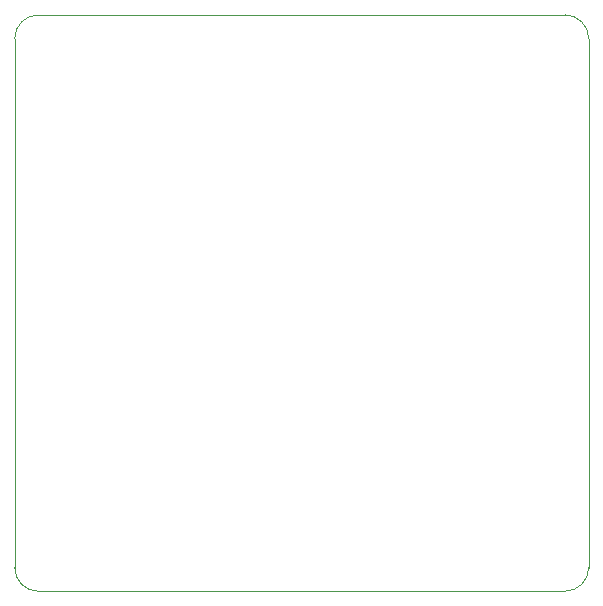
<source format=gbr>
%TF.GenerationSoftware,KiCad,Pcbnew,8.0.8*%
%TF.CreationDate,2025-04-21T18:24:13-04:00*%
%TF.ProjectId,ramen-v2,72616d65-6e2d-4763-922e-6b696361645f,rev?*%
%TF.SameCoordinates,Original*%
%TF.FileFunction,Profile,NP*%
%FSLAX46Y46*%
G04 Gerber Fmt 4.6, Leading zero omitted, Abs format (unit mm)*
G04 Created by KiCad (PCBNEW 8.0.8) date 2025-04-21 18:24:13*
%MOMM*%
%LPD*%
G01*
G04 APERTURE LIST*
%TA.AperFunction,Profile*%
%ADD10C,0.050000*%
%TD*%
G04 APERTURE END LIST*
D10*
X120300000Y-112900000D02*
G75*
G02*
X118300000Y-110900000I0J2000000D01*
G01*
X118300000Y-66100000D02*
G75*
G02*
X120300000Y-64100000I2000000J0D01*
G01*
X166900000Y-110900000D02*
G75*
G02*
X164900000Y-112900000I-2000000J0D01*
G01*
X164900000Y-112900000D02*
X120300000Y-112900000D01*
X166900000Y-66100000D02*
X166900000Y-110900000D01*
X120300000Y-64100000D02*
X164900000Y-64100000D01*
X164900000Y-64100000D02*
G75*
G02*
X166900000Y-66100000I0J-2000000D01*
G01*
X118300000Y-110900000D02*
X118300000Y-66100000D01*
M02*

</source>
